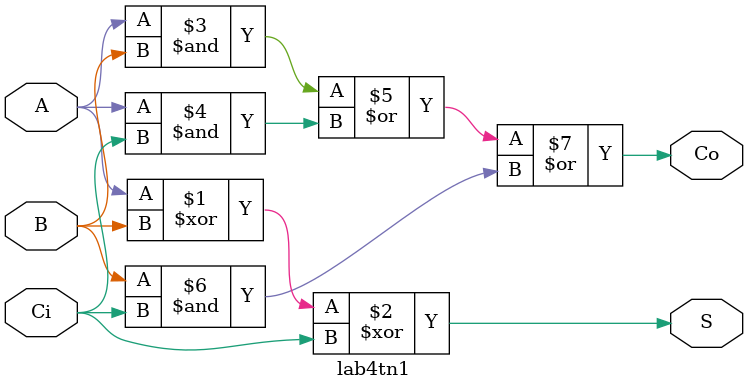
<source format=sv>
module lab4tn1(
input A,
input B,
input Ci,
output S,
output Co);
assign S = A ^ B ^ Ci;
assign Co=(A&B)|(A&Ci)|(B&Ci);
endmodule
</source>
